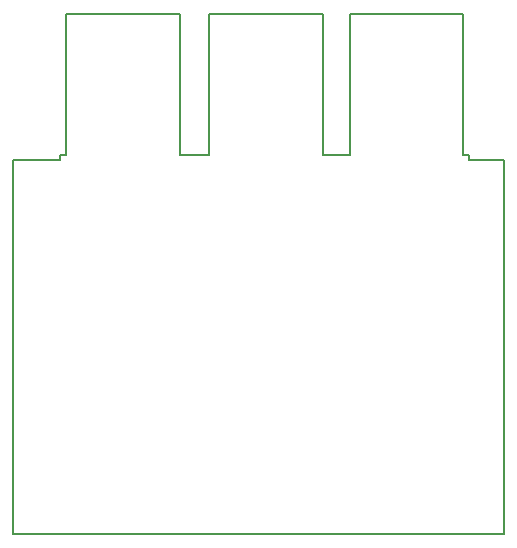
<source format=gbr>
G04 #@! TF.FileFunction,Profile,NP*
%FSLAX46Y46*%
G04 Gerber Fmt 4.6, Leading zero omitted, Abs format (unit mm)*
G04 Created by KiCad (PCBNEW 4.0.7) date 03/14/19 05:19:24*
%MOMM*%
%LPD*%
G01*
G04 APERTURE LIST*
%ADD10C,0.100000*%
%ADD11C,0.150000*%
G04 APERTURE END LIST*
D10*
D11*
X107480000Y-43000000D02*
X107480000Y-74680000D01*
X111470000Y-43000000D02*
X107480000Y-43000000D01*
X111470000Y-42610000D02*
X111470000Y-43000000D01*
X111990000Y-42610000D02*
X111470000Y-42610000D01*
X149010000Y-74680000D02*
X107480000Y-74680000D01*
X149010000Y-42990000D02*
X149010000Y-74680000D01*
X146110000Y-42990000D02*
X149010000Y-42990000D01*
X146110000Y-42610000D02*
X146110000Y-43000000D01*
X145590000Y-42610000D02*
X146110000Y-42610000D01*
X145590000Y-30610000D02*
X145590000Y-42610000D01*
X135990000Y-30610000D02*
X145590000Y-30610000D01*
X135990000Y-42610000D02*
X135990000Y-30610000D01*
X133690000Y-42610000D02*
X135990000Y-42610000D01*
X133690000Y-30610000D02*
X133690000Y-42610000D01*
X124090000Y-30610000D02*
X133690000Y-30610000D01*
X124090000Y-42610000D02*
X124090000Y-30610000D01*
X121590000Y-42610000D02*
X124090000Y-42610000D01*
X121590000Y-30610000D02*
X121590000Y-42610000D01*
X111990000Y-30610000D02*
X121590000Y-30610000D01*
X111990000Y-42610000D02*
X111990000Y-30610000D01*
M02*

</source>
